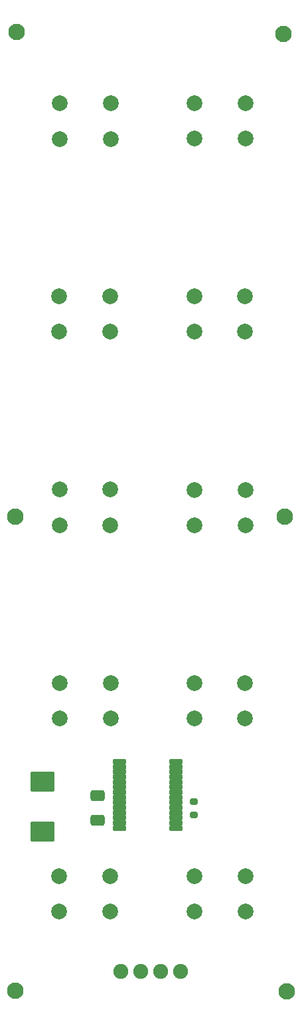
<source format=gts>
%TF.GenerationSoftware,KiCad,Pcbnew,9.0.4-9.0.4-0~ubuntu24.04.1*%
%TF.CreationDate,2025-09-24T17:39:37+03:00*%
%TF.ProjectId,Patient remote control,50617469-656e-4742-9072-656d6f746520,rev?*%
%TF.SameCoordinates,Original*%
%TF.FileFunction,Soldermask,Top*%
%TF.FilePolarity,Negative*%
%FSLAX46Y46*%
G04 Gerber Fmt 4.6, Leading zero omitted, Abs format (unit mm)*
G04 Created by KiCad (PCBNEW 9.0.4-9.0.4-0~ubuntu24.04.1) date 2025-09-24 17:39:37*
%MOMM*%
%LPD*%
G01*
G04 APERTURE LIST*
G04 Aperture macros list*
%AMRoundRect*
0 Rectangle with rounded corners*
0 $1 Rounding radius*
0 $2 $3 $4 $5 $6 $7 $8 $9 X,Y pos of 4 corners*
0 Add a 4 corners polygon primitive as box body*
4,1,4,$2,$3,$4,$5,$6,$7,$8,$9,$2,$3,0*
0 Add four circle primitives for the rounded corners*
1,1,$1+$1,$2,$3*
1,1,$1+$1,$4,$5*
1,1,$1+$1,$6,$7*
1,1,$1+$1,$8,$9*
0 Add four rect primitives between the rounded corners*
20,1,$1+$1,$2,$3,$4,$5,0*
20,1,$1+$1,$4,$5,$6,$7,0*
20,1,$1+$1,$6,$7,$8,$9,0*
20,1,$1+$1,$8,$9,$2,$3,0*%
G04 Aperture macros list end*
%ADD10C,2.000000*%
%ADD11C,2.100000*%
%ADD12RoundRect,0.200000X-0.275000X0.200000X-0.275000X-0.200000X0.275000X-0.200000X0.275000X0.200000X0*%
%ADD13RoundRect,0.102000X-1.400000X1.200000X-1.400000X-1.200000X1.400000X-1.200000X1.400000X1.200000X0*%
%ADD14C,1.905800*%
%ADD15RoundRect,0.102000X-0.750000X0.200000X-0.750000X-0.200000X0.750000X-0.200000X0.750000X0.200000X0*%
%ADD16RoundRect,0.250000X-0.650000X0.412500X-0.650000X-0.412500X0.650000X-0.412500X0.650000X0.412500X0*%
G04 APERTURE END LIST*
D10*
%TO.C,SW4*%
X123839000Y-71161000D03*
X130339000Y-71161000D03*
X123839000Y-75661000D03*
X130339000Y-75661000D03*
%TD*%
%TO.C,SW2*%
X123863000Y-46588000D03*
X130363000Y-46588000D03*
X123863000Y-51088000D03*
X130363000Y-51088000D03*
%TD*%
%TO.C,SW1*%
X106692000Y-46637000D03*
X113192000Y-46637000D03*
X106692000Y-51137000D03*
X113192000Y-51137000D03*
%TD*%
D11*
%TO.C,REF5*%
X101036000Y-159457000D03*
%TD*%
D12*
%TO.C,R1*%
X123820000Y-135444000D03*
X123820000Y-137094000D03*
%TD*%
D11*
%TO.C,REF3*%
X101036000Y-99184000D03*
%TD*%
D10*
%TO.C,SW8*%
X123848000Y-120343000D03*
X130348000Y-120343000D03*
X123848000Y-124843000D03*
X130348000Y-124843000D03*
%TD*%
D11*
%TO.C,REF1*%
X101196000Y-37572000D03*
%TD*%
%TO.C,REF4*%
X135374000Y-99164000D03*
%TD*%
D10*
%TO.C,SW3*%
X106630000Y-71158000D03*
X113130000Y-71158000D03*
X106630000Y-75658000D03*
X113130000Y-75658000D03*
%TD*%
%TO.C,SW6*%
X123867000Y-95768000D03*
X130367000Y-95768000D03*
X123867000Y-100268000D03*
X130367000Y-100268000D03*
%TD*%
D13*
%TO.C,C1*%
X104500000Y-132840000D03*
X104500000Y-139240000D03*
%TD*%
D10*
%TO.C,SW7*%
X106679000Y-120341000D03*
X113179000Y-120341000D03*
X106679000Y-124841000D03*
X113179000Y-124841000D03*
%TD*%
D11*
%TO.C,REF2*%
X135253000Y-37814000D03*
%TD*%
D14*
%TO.C,J1*%
X114500000Y-157000000D03*
X117040000Y-157000000D03*
X119580000Y-157000000D03*
X122120000Y-157000000D03*
%TD*%
D10*
%TO.C,SW9*%
X106620000Y-144923000D03*
X113120000Y-144923000D03*
X106620000Y-149423000D03*
X113120000Y-149423000D03*
%TD*%
D15*
%TO.C,IC1*%
X114267000Y-130330000D03*
X114267000Y-130980000D03*
X114267000Y-131630000D03*
X114267000Y-132280000D03*
X114267000Y-132930000D03*
X114267000Y-133580000D03*
X114267000Y-134230000D03*
X114267000Y-134880000D03*
X114267000Y-135530000D03*
X114267000Y-136180000D03*
X114267000Y-136830000D03*
X114267000Y-137480000D03*
X114267000Y-138130000D03*
X114267000Y-138780000D03*
X121517000Y-138780000D03*
X121517000Y-138130000D03*
X121517000Y-137480000D03*
X121517000Y-136830000D03*
X121517000Y-136180000D03*
X121517000Y-135530000D03*
X121517000Y-134880000D03*
X121517000Y-134230000D03*
X121517000Y-133580000D03*
X121517000Y-132930000D03*
X121517000Y-132280000D03*
X121517000Y-131630000D03*
X121517000Y-130980000D03*
X121517000Y-130330000D03*
%TD*%
D10*
%TO.C,SW5*%
X106649000Y-95744000D03*
X113149000Y-95744000D03*
X106649000Y-100244000D03*
X113149000Y-100244000D03*
%TD*%
D16*
%TO.C,C2*%
X111500000Y-134659000D03*
X111500000Y-137784000D03*
%TD*%
D10*
%TO.C,SW10*%
X123904000Y-144923000D03*
X130404000Y-144923000D03*
X123904000Y-149423000D03*
X130404000Y-149423000D03*
%TD*%
D11*
%TO.C,REF6*%
X135673000Y-159541000D03*
%TD*%
M02*

</source>
